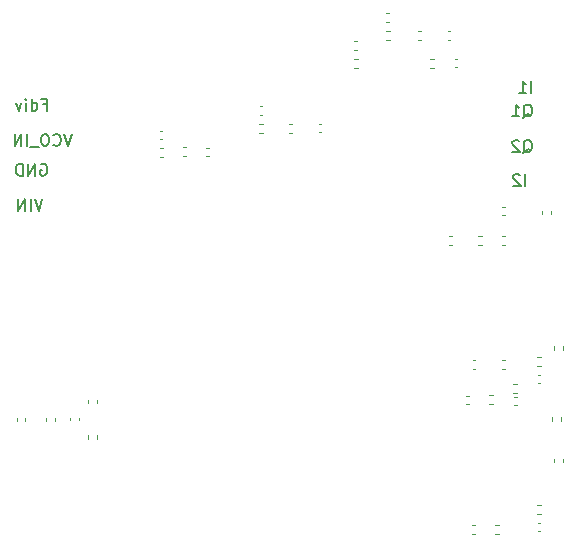
<source format=gbr>
%TF.GenerationSoftware,KiCad,Pcbnew,8.0.3*%
%TF.CreationDate,2024-08-29T14:55:06+08:00*%
%TF.ProjectId,Full_withESP,46756c6c-5f77-4697-9468-4553502e6b69,rev?*%
%TF.SameCoordinates,Original*%
%TF.FileFunction,Legend,Bot*%
%TF.FilePolarity,Positive*%
%FSLAX46Y46*%
G04 Gerber Fmt 4.6, Leading zero omitted, Abs format (unit mm)*
G04 Created by KiCad (PCBNEW 8.0.3) date 2024-08-29 14:55:06*
%MOMM*%
%LPD*%
G01*
G04 APERTURE LIST*
%ADD10C,0.150000*%
%ADD11C,0.120000*%
G04 APERTURE END LIST*
D10*
X96806077Y-96369819D02*
X96472744Y-97369819D01*
X96472744Y-97369819D02*
X96139411Y-96369819D01*
X95806077Y-97369819D02*
X95806077Y-96369819D01*
X95329887Y-97369819D02*
X95329887Y-96369819D01*
X95329887Y-96369819D02*
X94758459Y-97369819D01*
X94758459Y-97369819D02*
X94758459Y-96369819D01*
X137663220Y-95259875D02*
X137663220Y-94259875D01*
X137234649Y-94355113D02*
X137187030Y-94307494D01*
X137187030Y-94307494D02*
X137091792Y-94259875D01*
X137091792Y-94259875D02*
X136853697Y-94259875D01*
X136853697Y-94259875D02*
X136758459Y-94307494D01*
X136758459Y-94307494D02*
X136710840Y-94355113D01*
X136710840Y-94355113D02*
X136663221Y-94450351D01*
X136663221Y-94450351D02*
X136663221Y-94545589D01*
X136663221Y-94545589D02*
X136710840Y-94688446D01*
X136710840Y-94688446D02*
X137282268Y-95259875D01*
X137282268Y-95259875D02*
X136663221Y-95259875D01*
X138163220Y-87369819D02*
X138163220Y-86369819D01*
X137163221Y-87369819D02*
X137734649Y-87369819D01*
X137448935Y-87369819D02*
X137448935Y-86369819D01*
X137448935Y-86369819D02*
X137544173Y-86512676D01*
X137544173Y-86512676D02*
X137639411Y-86607914D01*
X137639411Y-86607914D02*
X137734649Y-86655533D01*
X96639411Y-93417438D02*
X96734649Y-93369819D01*
X96734649Y-93369819D02*
X96877506Y-93369819D01*
X96877506Y-93369819D02*
X97020363Y-93417438D01*
X97020363Y-93417438D02*
X97115601Y-93512676D01*
X97115601Y-93512676D02*
X97163220Y-93607914D01*
X97163220Y-93607914D02*
X97210839Y-93798390D01*
X97210839Y-93798390D02*
X97210839Y-93941247D01*
X97210839Y-93941247D02*
X97163220Y-94131723D01*
X97163220Y-94131723D02*
X97115601Y-94226961D01*
X97115601Y-94226961D02*
X97020363Y-94322200D01*
X97020363Y-94322200D02*
X96877506Y-94369819D01*
X96877506Y-94369819D02*
X96782268Y-94369819D01*
X96782268Y-94369819D02*
X96639411Y-94322200D01*
X96639411Y-94322200D02*
X96591792Y-94274580D01*
X96591792Y-94274580D02*
X96591792Y-93941247D01*
X96591792Y-93941247D02*
X96782268Y-93941247D01*
X96163220Y-94369819D02*
X96163220Y-93369819D01*
X96163220Y-93369819D02*
X95591792Y-94369819D01*
X95591792Y-94369819D02*
X95591792Y-93369819D01*
X95115601Y-94369819D02*
X95115601Y-93369819D01*
X95115601Y-93369819D02*
X94877506Y-93369819D01*
X94877506Y-93369819D02*
X94734649Y-93417438D01*
X94734649Y-93417438D02*
X94639411Y-93512676D01*
X94639411Y-93512676D02*
X94591792Y-93607914D01*
X94591792Y-93607914D02*
X94544173Y-93798390D01*
X94544173Y-93798390D02*
X94544173Y-93941247D01*
X94544173Y-93941247D02*
X94591792Y-94131723D01*
X94591792Y-94131723D02*
X94639411Y-94226961D01*
X94639411Y-94226961D02*
X94734649Y-94322200D01*
X94734649Y-94322200D02*
X94877506Y-94369819D01*
X94877506Y-94369819D02*
X95115601Y-94369819D01*
X137496554Y-89465057D02*
X137591792Y-89417438D01*
X137591792Y-89417438D02*
X137687030Y-89322200D01*
X137687030Y-89322200D02*
X137829887Y-89179342D01*
X137829887Y-89179342D02*
X137925125Y-89131723D01*
X137925125Y-89131723D02*
X138020363Y-89131723D01*
X137972744Y-89369819D02*
X138067982Y-89322200D01*
X138067982Y-89322200D02*
X138163220Y-89226961D01*
X138163220Y-89226961D02*
X138210839Y-89036485D01*
X138210839Y-89036485D02*
X138210839Y-88703152D01*
X138210839Y-88703152D02*
X138163220Y-88512676D01*
X138163220Y-88512676D02*
X138067982Y-88417438D01*
X138067982Y-88417438D02*
X137972744Y-88369819D01*
X137972744Y-88369819D02*
X137782268Y-88369819D01*
X137782268Y-88369819D02*
X137687030Y-88417438D01*
X137687030Y-88417438D02*
X137591792Y-88512676D01*
X137591792Y-88512676D02*
X137544173Y-88703152D01*
X137544173Y-88703152D02*
X137544173Y-89036485D01*
X137544173Y-89036485D02*
X137591792Y-89226961D01*
X137591792Y-89226961D02*
X137687030Y-89322200D01*
X137687030Y-89322200D02*
X137782268Y-89369819D01*
X137782268Y-89369819D02*
X137972744Y-89369819D01*
X136591792Y-89369819D02*
X137163220Y-89369819D01*
X136877506Y-89369819D02*
X136877506Y-88369819D01*
X136877506Y-88369819D02*
X136972744Y-88512676D01*
X136972744Y-88512676D02*
X137067982Y-88607914D01*
X137067982Y-88607914D02*
X137163220Y-88655533D01*
X96829887Y-88346009D02*
X97163220Y-88346009D01*
X97163220Y-88869819D02*
X97163220Y-87869819D01*
X97163220Y-87869819D02*
X96687030Y-87869819D01*
X95877506Y-88869819D02*
X95877506Y-87869819D01*
X95877506Y-88822200D02*
X95972744Y-88869819D01*
X95972744Y-88869819D02*
X96163220Y-88869819D01*
X96163220Y-88869819D02*
X96258458Y-88822200D01*
X96258458Y-88822200D02*
X96306077Y-88774580D01*
X96306077Y-88774580D02*
X96353696Y-88679342D01*
X96353696Y-88679342D02*
X96353696Y-88393628D01*
X96353696Y-88393628D02*
X96306077Y-88298390D01*
X96306077Y-88298390D02*
X96258458Y-88250771D01*
X96258458Y-88250771D02*
X96163220Y-88203152D01*
X96163220Y-88203152D02*
X95972744Y-88203152D01*
X95972744Y-88203152D02*
X95877506Y-88250771D01*
X95401315Y-88869819D02*
X95401315Y-88203152D01*
X95401315Y-87869819D02*
X95448934Y-87917438D01*
X95448934Y-87917438D02*
X95401315Y-87965057D01*
X95401315Y-87965057D02*
X95353696Y-87917438D01*
X95353696Y-87917438D02*
X95401315Y-87869819D01*
X95401315Y-87869819D02*
X95401315Y-87965057D01*
X95020363Y-88203152D02*
X94782268Y-88869819D01*
X94782268Y-88869819D02*
X94544173Y-88203152D01*
X99306077Y-90869819D02*
X98972744Y-91869819D01*
X98972744Y-91869819D02*
X98639411Y-90869819D01*
X97734649Y-91774580D02*
X97782268Y-91822200D01*
X97782268Y-91822200D02*
X97925125Y-91869819D01*
X97925125Y-91869819D02*
X98020363Y-91869819D01*
X98020363Y-91869819D02*
X98163220Y-91822200D01*
X98163220Y-91822200D02*
X98258458Y-91726961D01*
X98258458Y-91726961D02*
X98306077Y-91631723D01*
X98306077Y-91631723D02*
X98353696Y-91441247D01*
X98353696Y-91441247D02*
X98353696Y-91298390D01*
X98353696Y-91298390D02*
X98306077Y-91107914D01*
X98306077Y-91107914D02*
X98258458Y-91012676D01*
X98258458Y-91012676D02*
X98163220Y-90917438D01*
X98163220Y-90917438D02*
X98020363Y-90869819D01*
X98020363Y-90869819D02*
X97925125Y-90869819D01*
X97925125Y-90869819D02*
X97782268Y-90917438D01*
X97782268Y-90917438D02*
X97734649Y-90965057D01*
X97115601Y-90869819D02*
X96925125Y-90869819D01*
X96925125Y-90869819D02*
X96829887Y-90917438D01*
X96829887Y-90917438D02*
X96734649Y-91012676D01*
X96734649Y-91012676D02*
X96687030Y-91203152D01*
X96687030Y-91203152D02*
X96687030Y-91536485D01*
X96687030Y-91536485D02*
X96734649Y-91726961D01*
X96734649Y-91726961D02*
X96829887Y-91822200D01*
X96829887Y-91822200D02*
X96925125Y-91869819D01*
X96925125Y-91869819D02*
X97115601Y-91869819D01*
X97115601Y-91869819D02*
X97210839Y-91822200D01*
X97210839Y-91822200D02*
X97306077Y-91726961D01*
X97306077Y-91726961D02*
X97353696Y-91536485D01*
X97353696Y-91536485D02*
X97353696Y-91203152D01*
X97353696Y-91203152D02*
X97306077Y-91012676D01*
X97306077Y-91012676D02*
X97210839Y-90917438D01*
X97210839Y-90917438D02*
X97115601Y-90869819D01*
X96496554Y-91965057D02*
X95734649Y-91965057D01*
X95496553Y-91869819D02*
X95496553Y-90869819D01*
X95020363Y-91869819D02*
X95020363Y-90869819D01*
X95020363Y-90869819D02*
X94448935Y-91869819D01*
X94448935Y-91869819D02*
X94448935Y-90869819D01*
X137496554Y-92465057D02*
X137591792Y-92417438D01*
X137591792Y-92417438D02*
X137687030Y-92322200D01*
X137687030Y-92322200D02*
X137829887Y-92179342D01*
X137829887Y-92179342D02*
X137925125Y-92131723D01*
X137925125Y-92131723D02*
X138020363Y-92131723D01*
X137972744Y-92369819D02*
X138067982Y-92322200D01*
X138067982Y-92322200D02*
X138163220Y-92226961D01*
X138163220Y-92226961D02*
X138210839Y-92036485D01*
X138210839Y-92036485D02*
X138210839Y-91703152D01*
X138210839Y-91703152D02*
X138163220Y-91512676D01*
X138163220Y-91512676D02*
X138067982Y-91417438D01*
X138067982Y-91417438D02*
X137972744Y-91369819D01*
X137972744Y-91369819D02*
X137782268Y-91369819D01*
X137782268Y-91369819D02*
X137687030Y-91417438D01*
X137687030Y-91417438D02*
X137591792Y-91512676D01*
X137591792Y-91512676D02*
X137544173Y-91703152D01*
X137544173Y-91703152D02*
X137544173Y-92036485D01*
X137544173Y-92036485D02*
X137591792Y-92226961D01*
X137591792Y-92226961D02*
X137687030Y-92322200D01*
X137687030Y-92322200D02*
X137782268Y-92369819D01*
X137782268Y-92369819D02*
X137972744Y-92369819D01*
X137163220Y-91465057D02*
X137115601Y-91417438D01*
X137115601Y-91417438D02*
X137020363Y-91369819D01*
X137020363Y-91369819D02*
X136782268Y-91369819D01*
X136782268Y-91369819D02*
X136687030Y-91417438D01*
X136687030Y-91417438D02*
X136639411Y-91465057D01*
X136639411Y-91465057D02*
X136591792Y-91560295D01*
X136591792Y-91560295D02*
X136591792Y-91655533D01*
X136591792Y-91655533D02*
X136639411Y-91798390D01*
X136639411Y-91798390D02*
X137210839Y-92369819D01*
X137210839Y-92369819D02*
X136591792Y-92369819D01*
D11*
%TO.C,C2*%
X97140000Y-115127836D02*
X97140000Y-114912164D01*
X97860000Y-115127836D02*
X97860000Y-114912164D01*
%TO.C,R12*%
X138973641Y-109730000D02*
X138666359Y-109730000D01*
X138973641Y-110490000D02*
X138666359Y-110490000D01*
%TO.C,R19*%
X140120000Y-118356359D02*
X140120000Y-118663641D01*
X140880000Y-118356359D02*
X140880000Y-118663641D01*
%TO.C,R16*%
X135438641Y-123980000D02*
X135131359Y-123980000D01*
X135438641Y-124740000D02*
X135131359Y-124740000D01*
%TO.C,C1*%
X94640000Y-115127836D02*
X94640000Y-114912164D01*
X95360000Y-115127836D02*
X95360000Y-114912164D01*
%TO.C,R15*%
X134923641Y-112980000D02*
X134616359Y-112980000D01*
X134923641Y-113740000D02*
X134616359Y-113740000D01*
%TO.C,C9*%
X123222164Y-83000000D02*
X123437836Y-83000000D01*
X123222164Y-83720000D02*
X123437836Y-83720000D01*
%TO.C,C13*%
X138957836Y-111250000D02*
X138742164Y-111250000D01*
X138957836Y-111970000D02*
X138742164Y-111970000D01*
%TO.C,R9*%
X134023641Y-99480000D02*
X133716359Y-99480000D01*
X134023641Y-100240000D02*
X133716359Y-100240000D01*
%TO.C,R7*%
X125896359Y-82120000D02*
X126203641Y-82120000D01*
X125896359Y-82880000D02*
X126203641Y-82880000D01*
%TO.C,C19*%
X138957836Y-123750000D02*
X138742164Y-123750000D01*
X138957836Y-124470000D02*
X138742164Y-124470000D01*
%TO.C,C17*%
X133412836Y-124000000D02*
X133197164Y-124000000D01*
X133412836Y-124720000D02*
X133197164Y-124720000D01*
%TO.C,C5*%
X131712164Y-84500000D02*
X131927836Y-84500000D01*
X131712164Y-85220000D02*
X131927836Y-85220000D01*
%TO.C,C12*%
X133437836Y-110000000D02*
X133222164Y-110000000D01*
X133437836Y-110720000D02*
X133222164Y-110720000D01*
%TO.C,R17*%
X136983641Y-112040000D02*
X136676359Y-112040000D01*
X136983641Y-112800000D02*
X136676359Y-112800000D01*
%TO.C,R20*%
X140120000Y-108836359D02*
X140120000Y-109143641D01*
X140880000Y-108836359D02*
X140880000Y-109143641D01*
%TO.C,C18*%
X136967836Y-113110000D02*
X136752164Y-113110000D01*
X136967836Y-113830000D02*
X136752164Y-113830000D01*
%TO.C,R1*%
X100620000Y-113653641D02*
X100620000Y-113346359D01*
X101380000Y-113653641D02*
X101380000Y-113346359D01*
%TO.C,R8*%
X123176359Y-84480000D02*
X123483641Y-84480000D01*
X123176359Y-85240000D02*
X123483641Y-85240000D01*
%TO.C,R10*%
X135993641Y-99480000D02*
X135686359Y-99480000D01*
X135993641Y-100240000D02*
X135686359Y-100240000D01*
%TO.C,C6*%
X110692164Y-92000000D02*
X110907836Y-92000000D01*
X110692164Y-92720000D02*
X110907836Y-92720000D01*
%TO.C,C15*%
X115192164Y-88500000D02*
X115407836Y-88500000D01*
X115192164Y-89220000D02*
X115407836Y-89220000D01*
%TO.C,R5*%
X108676359Y-91980000D02*
X108983641Y-91980000D01*
X108676359Y-92740000D02*
X108983641Y-92740000D01*
%TO.C,C11*%
X135957836Y-97000000D02*
X135742164Y-97000000D01*
X135957836Y-97720000D02*
X135742164Y-97720000D01*
%TO.C,C14*%
X106742164Y-90560000D02*
X106957836Y-90560000D01*
X106742164Y-91280000D02*
X106957836Y-91280000D01*
%TO.C,R3*%
X128576359Y-82120000D02*
X128883641Y-82120000D01*
X128576359Y-82880000D02*
X128883641Y-82880000D01*
%TO.C,R11*%
X135983641Y-109980000D02*
X135676359Y-109980000D01*
X135983641Y-110740000D02*
X135676359Y-110740000D01*
%TO.C,C8*%
X125912164Y-80640000D02*
X126127836Y-80640000D01*
X125912164Y-81360000D02*
X126127836Y-81360000D01*
%TO.C,R18*%
X138973641Y-122230000D02*
X138666359Y-122230000D01*
X138973641Y-122990000D02*
X138666359Y-122990000D01*
%TO.C,R4*%
X129656359Y-84480000D02*
X129963641Y-84480000D01*
X129656359Y-85240000D02*
X129963641Y-85240000D01*
%TO.C,R22*%
X139950000Y-115143641D02*
X139950000Y-114836359D01*
X140710000Y-115143641D02*
X140710000Y-114836359D01*
%TO.C,C10*%
X131457836Y-99500000D02*
X131242164Y-99500000D01*
X131457836Y-100220000D02*
X131242164Y-100220000D01*
%TO.C,R6*%
X117666359Y-89980000D02*
X117973641Y-89980000D01*
X117666359Y-90740000D02*
X117973641Y-90740000D01*
%TO.C,C7*%
X120182164Y-90000000D02*
X120397836Y-90000000D01*
X120182164Y-90720000D02*
X120397836Y-90720000D01*
%TO.C,R14*%
X115176359Y-89980000D02*
X115483641Y-89980000D01*
X115176359Y-90740000D02*
X115483641Y-90740000D01*
%TO.C,R21*%
X139120000Y-97356359D02*
X139120000Y-97663641D01*
X139880000Y-97356359D02*
X139880000Y-97663641D01*
%TO.C,R13*%
X106726359Y-92040000D02*
X107033641Y-92040000D01*
X106726359Y-92800000D02*
X107033641Y-92800000D01*
%TO.C,C16*%
X132907836Y-113000000D02*
X132692164Y-113000000D01*
X132907836Y-113720000D02*
X132692164Y-113720000D01*
%TO.C,C4*%
X131132164Y-82140000D02*
X131347836Y-82140000D01*
X131132164Y-82860000D02*
X131347836Y-82860000D01*
%TO.C,C3*%
X99140000Y-115107836D02*
X99140000Y-114892164D01*
X99860000Y-115107836D02*
X99860000Y-114892164D01*
%TO.C,R2*%
X100620000Y-116663641D02*
X100620000Y-116356359D01*
X101380000Y-116663641D02*
X101380000Y-116356359D01*
%TD*%
M02*

</source>
